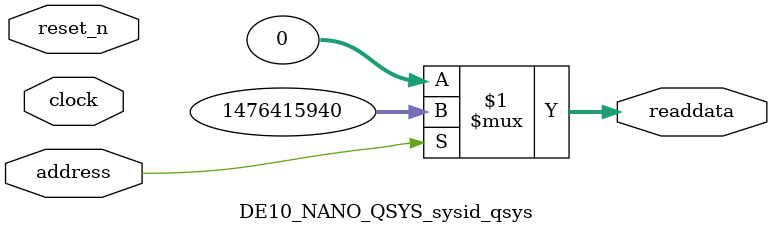
<source format=v>



// synthesis translate_off
`timescale 1ns / 1ps
// synthesis translate_on

// turn off superfluous verilog processor warnings 
// altera message_level Level1 
// altera message_off 10034 10035 10036 10037 10230 10240 10030 

module DE10_NANO_QSYS_sysid_qsys (
               // inputs:
                address,
                clock,
                reset_n,

               // outputs:
                readdata
             )
;

  output  [ 31: 0] readdata;
  input            address;
  input            clock;
  input            reset_n;

  wire    [ 31: 0] readdata;
  //control_slave, which is an e_avalon_slave
  assign readdata = address ? 1476415940 : 0;

endmodule



</source>
